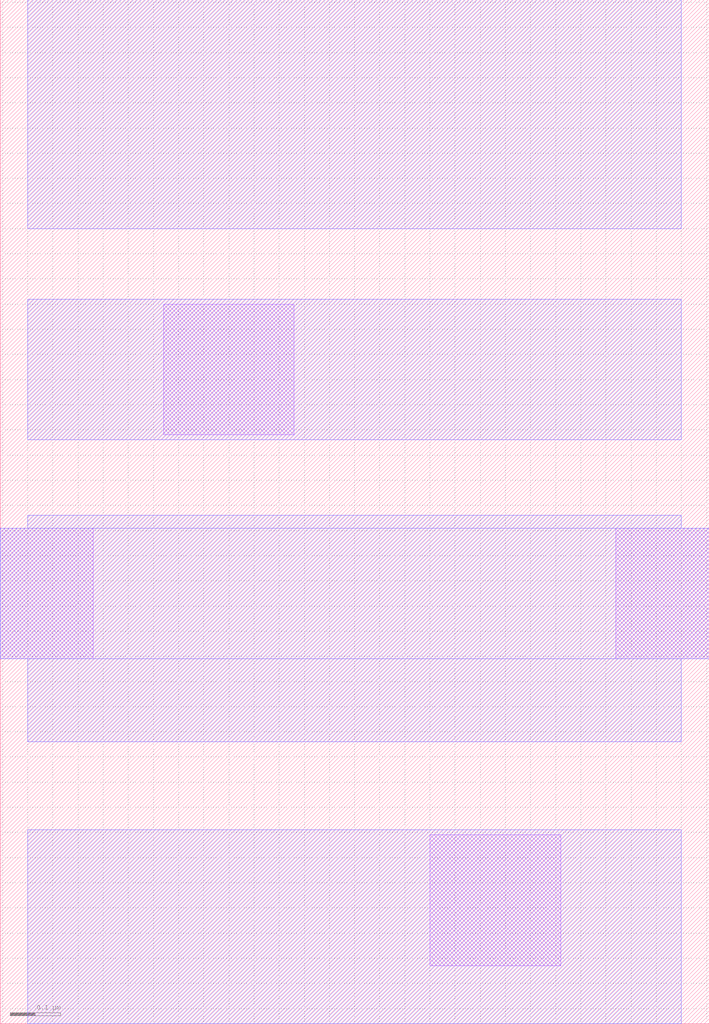
<source format=lef>
VERSION 5.7 ;
  NOWIREEXTENSIONATPIN ON ;
  DIVIDERCHAR "/" ;
  BUSBITCHARS "[]" ;
MACRO sky130_fd_bd_sram__sram_sp_colend_cent_m2
  CLASS BLOCK ;
  FOREIGN sky130_fd_bd_sram__sram_sp_colend_cent_m2 ;
  ORIGIN 0.055 -0.020 ;
  SIZE 1.410 BY 2.035 ;
  OBS
      LAYER met1 ;
        RECT 0.270 1.190 0.530 1.450 ;
        RECT -0.055 0.745 0.130 1.005 ;
        RECT 1.170 0.745 1.355 1.005 ;
        RECT 0.800 0.135 1.060 0.395 ;
      LAYER met2 ;
        RECT 0.000 1.600 1.300 2.055 ;
        RECT 0.000 1.180 1.300 1.460 ;
        RECT 0.000 1.005 1.300 1.030 ;
        RECT -0.055 0.745 1.355 1.005 ;
        RECT 0.000 0.580 1.300 0.745 ;
        RECT 0.000 0.020 1.300 0.405 ;
  END
END sky130_fd_bd_sram__sram_sp_colend_cent_m2
END LIBRARY


</source>
